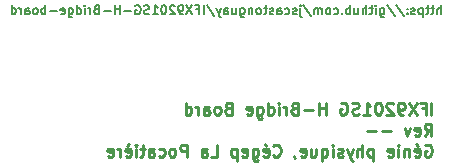
<source format=gbr>
G04 #@! TF.GenerationSoftware,KiCad,Pcbnew,(5.1.0)-1*
G04 #@! TF.CreationDate,2019-04-29T13:19:31-04:00*
G04 #@! TF.ProjectId,ifx9201sg-h-bridge-board,69667839-3230-4317-9367-2d682d627269,--*
G04 #@! TF.SameCoordinates,Original*
G04 #@! TF.FileFunction,Legend,Bot*
G04 #@! TF.FilePolarity,Positive*
%FSLAX46Y46*%
G04 Gerber Fmt 4.6, Leading zero omitted, Abs format (unit mm)*
G04 Created by KiCad (PCBNEW (5.1.0)-1) date 2019-04-29 13:19:31*
%MOMM*%
%LPD*%
G04 APERTURE LIST*
%ADD10C,0.254000*%
%ADD11C,0.127000*%
G04 APERTURE END LIST*
D10*
X160247995Y-101551619D02*
X160247995Y-100535619D01*
X159425519Y-101019428D02*
X159764185Y-101019428D01*
X159764185Y-101551619D02*
X159764185Y-100535619D01*
X159280376Y-100535619D01*
X158990090Y-100535619D02*
X158312757Y-101551619D01*
X158312757Y-100535619D02*
X158990090Y-101551619D01*
X157877328Y-101551619D02*
X157683804Y-101551619D01*
X157587042Y-101503238D01*
X157538661Y-101454857D01*
X157441900Y-101309714D01*
X157393519Y-101116190D01*
X157393519Y-100729142D01*
X157441900Y-100632380D01*
X157490280Y-100584000D01*
X157587042Y-100535619D01*
X157780566Y-100535619D01*
X157877328Y-100584000D01*
X157925709Y-100632380D01*
X157974090Y-100729142D01*
X157974090Y-100971047D01*
X157925709Y-101067809D01*
X157877328Y-101116190D01*
X157780566Y-101164571D01*
X157587042Y-101164571D01*
X157490280Y-101116190D01*
X157441900Y-101067809D01*
X157393519Y-100971047D01*
X157006471Y-100632380D02*
X156958090Y-100584000D01*
X156861328Y-100535619D01*
X156619423Y-100535619D01*
X156522661Y-100584000D01*
X156474280Y-100632380D01*
X156425900Y-100729142D01*
X156425900Y-100825904D01*
X156474280Y-100971047D01*
X157054852Y-101551619D01*
X156425900Y-101551619D01*
X155796947Y-100535619D02*
X155700185Y-100535619D01*
X155603423Y-100584000D01*
X155555042Y-100632380D01*
X155506661Y-100729142D01*
X155458280Y-100922666D01*
X155458280Y-101164571D01*
X155506661Y-101358095D01*
X155555042Y-101454857D01*
X155603423Y-101503238D01*
X155700185Y-101551619D01*
X155796947Y-101551619D01*
X155893709Y-101503238D01*
X155942090Y-101454857D01*
X155990471Y-101358095D01*
X156038852Y-101164571D01*
X156038852Y-100922666D01*
X155990471Y-100729142D01*
X155942090Y-100632380D01*
X155893709Y-100584000D01*
X155796947Y-100535619D01*
X154490661Y-101551619D02*
X155071233Y-101551619D01*
X154780947Y-101551619D02*
X154780947Y-100535619D01*
X154877709Y-100680761D01*
X154974471Y-100777523D01*
X155071233Y-100825904D01*
X154103614Y-101503238D02*
X153958471Y-101551619D01*
X153716566Y-101551619D01*
X153619804Y-101503238D01*
X153571423Y-101454857D01*
X153523042Y-101358095D01*
X153523042Y-101261333D01*
X153571423Y-101164571D01*
X153619804Y-101116190D01*
X153716566Y-101067809D01*
X153910090Y-101019428D01*
X154006852Y-100971047D01*
X154055233Y-100922666D01*
X154103614Y-100825904D01*
X154103614Y-100729142D01*
X154055233Y-100632380D01*
X154006852Y-100584000D01*
X153910090Y-100535619D01*
X153668185Y-100535619D01*
X153523042Y-100584000D01*
X152555423Y-100584000D02*
X152652185Y-100535619D01*
X152797328Y-100535619D01*
X152942471Y-100584000D01*
X153039233Y-100680761D01*
X153087614Y-100777523D01*
X153135995Y-100971047D01*
X153135995Y-101116190D01*
X153087614Y-101309714D01*
X153039233Y-101406476D01*
X152942471Y-101503238D01*
X152797328Y-101551619D01*
X152700566Y-101551619D01*
X152555423Y-101503238D01*
X152507042Y-101454857D01*
X152507042Y-101116190D01*
X152700566Y-101116190D01*
X151297519Y-101551619D02*
X151297519Y-100535619D01*
X151297519Y-101019428D02*
X150716947Y-101019428D01*
X150716947Y-101551619D02*
X150716947Y-100535619D01*
X150233138Y-101164571D02*
X149459042Y-101164571D01*
X148636566Y-101019428D02*
X148491423Y-101067809D01*
X148443042Y-101116190D01*
X148394661Y-101212952D01*
X148394661Y-101358095D01*
X148443042Y-101454857D01*
X148491423Y-101503238D01*
X148588185Y-101551619D01*
X148975233Y-101551619D01*
X148975233Y-100535619D01*
X148636566Y-100535619D01*
X148539804Y-100584000D01*
X148491423Y-100632380D01*
X148443042Y-100729142D01*
X148443042Y-100825904D01*
X148491423Y-100922666D01*
X148539804Y-100971047D01*
X148636566Y-101019428D01*
X148975233Y-101019428D01*
X147959233Y-101551619D02*
X147959233Y-100874285D01*
X147959233Y-101067809D02*
X147910852Y-100971047D01*
X147862471Y-100922666D01*
X147765709Y-100874285D01*
X147668947Y-100874285D01*
X147330280Y-101551619D02*
X147330280Y-100874285D01*
X147330280Y-100535619D02*
X147378661Y-100584000D01*
X147330280Y-100632380D01*
X147281900Y-100584000D01*
X147330280Y-100535619D01*
X147330280Y-100632380D01*
X146411042Y-101551619D02*
X146411042Y-100535619D01*
X146411042Y-101503238D02*
X146507804Y-101551619D01*
X146701328Y-101551619D01*
X146798090Y-101503238D01*
X146846471Y-101454857D01*
X146894852Y-101358095D01*
X146894852Y-101067809D01*
X146846471Y-100971047D01*
X146798090Y-100922666D01*
X146701328Y-100874285D01*
X146507804Y-100874285D01*
X146411042Y-100922666D01*
X145491804Y-100874285D02*
X145491804Y-101696761D01*
X145540185Y-101793523D01*
X145588566Y-101841904D01*
X145685328Y-101890285D01*
X145830471Y-101890285D01*
X145927233Y-101841904D01*
X145491804Y-101503238D02*
X145588566Y-101551619D01*
X145782090Y-101551619D01*
X145878852Y-101503238D01*
X145927233Y-101454857D01*
X145975614Y-101358095D01*
X145975614Y-101067809D01*
X145927233Y-100971047D01*
X145878852Y-100922666D01*
X145782090Y-100874285D01*
X145588566Y-100874285D01*
X145491804Y-100922666D01*
X144620947Y-101503238D02*
X144717709Y-101551619D01*
X144911233Y-101551619D01*
X145007995Y-101503238D01*
X145056376Y-101406476D01*
X145056376Y-101019428D01*
X145007995Y-100922666D01*
X144911233Y-100874285D01*
X144717709Y-100874285D01*
X144620947Y-100922666D01*
X144572566Y-101019428D01*
X144572566Y-101116190D01*
X145056376Y-101212952D01*
X143024376Y-101019428D02*
X142879233Y-101067809D01*
X142830852Y-101116190D01*
X142782471Y-101212952D01*
X142782471Y-101358095D01*
X142830852Y-101454857D01*
X142879233Y-101503238D01*
X142975995Y-101551619D01*
X143363042Y-101551619D01*
X143363042Y-100535619D01*
X143024376Y-100535619D01*
X142927614Y-100584000D01*
X142879233Y-100632380D01*
X142830852Y-100729142D01*
X142830852Y-100825904D01*
X142879233Y-100922666D01*
X142927614Y-100971047D01*
X143024376Y-101019428D01*
X143363042Y-101019428D01*
X142201900Y-101551619D02*
X142298661Y-101503238D01*
X142347042Y-101454857D01*
X142395423Y-101358095D01*
X142395423Y-101067809D01*
X142347042Y-100971047D01*
X142298661Y-100922666D01*
X142201900Y-100874285D01*
X142056757Y-100874285D01*
X141959995Y-100922666D01*
X141911614Y-100971047D01*
X141863233Y-101067809D01*
X141863233Y-101358095D01*
X141911614Y-101454857D01*
X141959995Y-101503238D01*
X142056757Y-101551619D01*
X142201900Y-101551619D01*
X140992376Y-101551619D02*
X140992376Y-101019428D01*
X141040757Y-100922666D01*
X141137519Y-100874285D01*
X141331042Y-100874285D01*
X141427804Y-100922666D01*
X140992376Y-101503238D02*
X141089138Y-101551619D01*
X141331042Y-101551619D01*
X141427804Y-101503238D01*
X141476185Y-101406476D01*
X141476185Y-101309714D01*
X141427804Y-101212952D01*
X141331042Y-101164571D01*
X141089138Y-101164571D01*
X140992376Y-101116190D01*
X140508566Y-101551619D02*
X140508566Y-100874285D01*
X140508566Y-101067809D02*
X140460185Y-100971047D01*
X140411804Y-100922666D01*
X140315042Y-100874285D01*
X140218280Y-100874285D01*
X139444185Y-101551619D02*
X139444185Y-100535619D01*
X139444185Y-101503238D02*
X139540947Y-101551619D01*
X139734471Y-101551619D01*
X139831233Y-101503238D01*
X139879614Y-101454857D01*
X139927995Y-101358095D01*
X139927995Y-101067809D01*
X139879614Y-100971047D01*
X139831233Y-100922666D01*
X139734471Y-100874285D01*
X139540947Y-100874285D01*
X139444185Y-100922666D01*
X159667423Y-103329619D02*
X160006090Y-102845809D01*
X160247995Y-103329619D02*
X160247995Y-102313619D01*
X159860947Y-102313619D01*
X159764185Y-102362000D01*
X159715804Y-102410380D01*
X159667423Y-102507142D01*
X159667423Y-102652285D01*
X159715804Y-102749047D01*
X159764185Y-102797428D01*
X159860947Y-102845809D01*
X160247995Y-102845809D01*
X158844947Y-103281238D02*
X158941709Y-103329619D01*
X159135233Y-103329619D01*
X159231995Y-103281238D01*
X159280376Y-103184476D01*
X159280376Y-102797428D01*
X159231995Y-102700666D01*
X159135233Y-102652285D01*
X158941709Y-102652285D01*
X158844947Y-102700666D01*
X158796566Y-102797428D01*
X158796566Y-102894190D01*
X159280376Y-102990952D01*
X158457900Y-102652285D02*
X158215995Y-103329619D01*
X157974090Y-102652285D01*
X156812947Y-102942571D02*
X156038852Y-102942571D01*
X155555042Y-102942571D02*
X154780947Y-102942571D01*
X159715804Y-104140000D02*
X159812566Y-104091619D01*
X159957709Y-104091619D01*
X160102852Y-104140000D01*
X160199614Y-104236761D01*
X160247995Y-104333523D01*
X160296376Y-104527047D01*
X160296376Y-104672190D01*
X160247995Y-104865714D01*
X160199614Y-104962476D01*
X160102852Y-105059238D01*
X159957709Y-105107619D01*
X159860947Y-105107619D01*
X159715804Y-105059238D01*
X159667423Y-105010857D01*
X159667423Y-104672190D01*
X159860947Y-104672190D01*
X158844947Y-105059238D02*
X158941709Y-105107619D01*
X159135233Y-105107619D01*
X159231995Y-105059238D01*
X159280376Y-104962476D01*
X159280376Y-104575428D01*
X159231995Y-104478666D01*
X159135233Y-104430285D01*
X158941709Y-104430285D01*
X158844947Y-104478666D01*
X158796566Y-104575428D01*
X158796566Y-104672190D01*
X159280376Y-104768952D01*
X158941709Y-104043238D02*
X159086852Y-104188380D01*
X158361138Y-104430285D02*
X158361138Y-105107619D01*
X158361138Y-104527047D02*
X158312757Y-104478666D01*
X158215995Y-104430285D01*
X158070852Y-104430285D01*
X157974090Y-104478666D01*
X157925709Y-104575428D01*
X157925709Y-105107619D01*
X157441900Y-105107619D02*
X157441900Y-104430285D01*
X157441900Y-104091619D02*
X157490280Y-104140000D01*
X157441900Y-104188380D01*
X157393519Y-104140000D01*
X157441900Y-104091619D01*
X157441900Y-104188380D01*
X156571042Y-105059238D02*
X156667804Y-105107619D01*
X156861328Y-105107619D01*
X156958090Y-105059238D01*
X157006471Y-104962476D01*
X157006471Y-104575428D01*
X156958090Y-104478666D01*
X156861328Y-104430285D01*
X156667804Y-104430285D01*
X156571042Y-104478666D01*
X156522661Y-104575428D01*
X156522661Y-104672190D01*
X157006471Y-104768952D01*
X155313138Y-104430285D02*
X155313138Y-105446285D01*
X155313138Y-104478666D02*
X155216376Y-104430285D01*
X155022852Y-104430285D01*
X154926090Y-104478666D01*
X154877709Y-104527047D01*
X154829328Y-104623809D01*
X154829328Y-104914095D01*
X154877709Y-105010857D01*
X154926090Y-105059238D01*
X155022852Y-105107619D01*
X155216376Y-105107619D01*
X155313138Y-105059238D01*
X154393900Y-105107619D02*
X154393900Y-104091619D01*
X153958471Y-105107619D02*
X153958471Y-104575428D01*
X154006852Y-104478666D01*
X154103614Y-104430285D01*
X154248757Y-104430285D01*
X154345519Y-104478666D01*
X154393900Y-104527047D01*
X153571423Y-104430285D02*
X153329519Y-105107619D01*
X153087614Y-104430285D02*
X153329519Y-105107619D01*
X153426280Y-105349523D01*
X153474661Y-105397904D01*
X153571423Y-105446285D01*
X152748947Y-105059238D02*
X152652185Y-105107619D01*
X152458661Y-105107619D01*
X152361900Y-105059238D01*
X152313519Y-104962476D01*
X152313519Y-104914095D01*
X152361900Y-104817333D01*
X152458661Y-104768952D01*
X152603804Y-104768952D01*
X152700566Y-104720571D01*
X152748947Y-104623809D01*
X152748947Y-104575428D01*
X152700566Y-104478666D01*
X152603804Y-104430285D01*
X152458661Y-104430285D01*
X152361900Y-104478666D01*
X151878090Y-105107619D02*
X151878090Y-104430285D01*
X151878090Y-104091619D02*
X151926471Y-104140000D01*
X151878090Y-104188380D01*
X151829709Y-104140000D01*
X151878090Y-104091619D01*
X151878090Y-104188380D01*
X150958852Y-104430285D02*
X150958852Y-105446285D01*
X150958852Y-105059238D02*
X151055614Y-105107619D01*
X151249138Y-105107619D01*
X151345900Y-105059238D01*
X151394280Y-105010857D01*
X151442661Y-104914095D01*
X151442661Y-104623809D01*
X151394280Y-104527047D01*
X151345900Y-104478666D01*
X151249138Y-104430285D01*
X151055614Y-104430285D01*
X150958852Y-104478666D01*
X150039614Y-104430285D02*
X150039614Y-105107619D01*
X150475042Y-104430285D02*
X150475042Y-104962476D01*
X150426661Y-105059238D01*
X150329900Y-105107619D01*
X150184757Y-105107619D01*
X150087995Y-105059238D01*
X150039614Y-105010857D01*
X149168757Y-105059238D02*
X149265519Y-105107619D01*
X149459042Y-105107619D01*
X149555804Y-105059238D01*
X149604185Y-104962476D01*
X149604185Y-104575428D01*
X149555804Y-104478666D01*
X149459042Y-104430285D01*
X149265519Y-104430285D01*
X149168757Y-104478666D01*
X149120376Y-104575428D01*
X149120376Y-104672190D01*
X149604185Y-104768952D01*
X148636566Y-105059238D02*
X148636566Y-105107619D01*
X148684947Y-105204380D01*
X148733328Y-105252761D01*
X146846471Y-105010857D02*
X146894852Y-105059238D01*
X147039995Y-105107619D01*
X147136757Y-105107619D01*
X147281900Y-105059238D01*
X147378661Y-104962476D01*
X147427042Y-104865714D01*
X147475423Y-104672190D01*
X147475423Y-104527047D01*
X147427042Y-104333523D01*
X147378661Y-104236761D01*
X147281900Y-104140000D01*
X147136757Y-104091619D01*
X147039995Y-104091619D01*
X146894852Y-104140000D01*
X146846471Y-104188380D01*
X146023995Y-105059238D02*
X146120757Y-105107619D01*
X146314280Y-105107619D01*
X146411042Y-105059238D01*
X146459423Y-104962476D01*
X146459423Y-104575428D01*
X146411042Y-104478666D01*
X146314280Y-104430285D01*
X146120757Y-104430285D01*
X146023995Y-104478666D01*
X145975614Y-104575428D01*
X145975614Y-104672190D01*
X146459423Y-104768952D01*
X146120757Y-104043238D02*
X146265900Y-104188380D01*
X145104757Y-104430285D02*
X145104757Y-105252761D01*
X145153138Y-105349523D01*
X145201519Y-105397904D01*
X145298280Y-105446285D01*
X145443423Y-105446285D01*
X145540185Y-105397904D01*
X145104757Y-105059238D02*
X145201519Y-105107619D01*
X145395042Y-105107619D01*
X145491804Y-105059238D01*
X145540185Y-105010857D01*
X145588566Y-104914095D01*
X145588566Y-104623809D01*
X145540185Y-104527047D01*
X145491804Y-104478666D01*
X145395042Y-104430285D01*
X145201519Y-104430285D01*
X145104757Y-104478666D01*
X144233900Y-105059238D02*
X144330661Y-105107619D01*
X144524185Y-105107619D01*
X144620947Y-105059238D01*
X144669328Y-104962476D01*
X144669328Y-104575428D01*
X144620947Y-104478666D01*
X144524185Y-104430285D01*
X144330661Y-104430285D01*
X144233900Y-104478666D01*
X144185519Y-104575428D01*
X144185519Y-104672190D01*
X144669328Y-104768952D01*
X143750090Y-104430285D02*
X143750090Y-105446285D01*
X143750090Y-104478666D02*
X143653328Y-104430285D01*
X143459804Y-104430285D01*
X143363042Y-104478666D01*
X143314661Y-104527047D01*
X143266280Y-104623809D01*
X143266280Y-104914095D01*
X143314661Y-105010857D01*
X143363042Y-105059238D01*
X143459804Y-105107619D01*
X143653328Y-105107619D01*
X143750090Y-105059238D01*
X141572947Y-105107619D02*
X142056757Y-105107619D01*
X142056757Y-104091619D01*
X140798852Y-105107619D02*
X140798852Y-104575428D01*
X140847233Y-104478666D01*
X140943995Y-104430285D01*
X141137519Y-104430285D01*
X141234280Y-104478666D01*
X140798852Y-105059238D02*
X140895614Y-105107619D01*
X141137519Y-105107619D01*
X141234280Y-105059238D01*
X141282661Y-104962476D01*
X141282661Y-104865714D01*
X141234280Y-104768952D01*
X141137519Y-104720571D01*
X140895614Y-104720571D01*
X140798852Y-104672190D01*
X139540947Y-105107619D02*
X139540947Y-104091619D01*
X139153900Y-104091619D01*
X139057138Y-104140000D01*
X139008757Y-104188380D01*
X138960376Y-104285142D01*
X138960376Y-104430285D01*
X139008757Y-104527047D01*
X139057138Y-104575428D01*
X139153900Y-104623809D01*
X139540947Y-104623809D01*
X138379804Y-105107619D02*
X138476566Y-105059238D01*
X138524947Y-105010857D01*
X138573328Y-104914095D01*
X138573328Y-104623809D01*
X138524947Y-104527047D01*
X138476566Y-104478666D01*
X138379804Y-104430285D01*
X138234661Y-104430285D01*
X138137900Y-104478666D01*
X138089519Y-104527047D01*
X138041138Y-104623809D01*
X138041138Y-104914095D01*
X138089519Y-105010857D01*
X138137900Y-105059238D01*
X138234661Y-105107619D01*
X138379804Y-105107619D01*
X137170280Y-105059238D02*
X137267042Y-105107619D01*
X137460566Y-105107619D01*
X137557328Y-105059238D01*
X137605709Y-105010857D01*
X137654090Y-104914095D01*
X137654090Y-104623809D01*
X137605709Y-104527047D01*
X137557328Y-104478666D01*
X137460566Y-104430285D01*
X137267042Y-104430285D01*
X137170280Y-104478666D01*
X136299423Y-105107619D02*
X136299423Y-104575428D01*
X136347804Y-104478666D01*
X136444566Y-104430285D01*
X136638090Y-104430285D01*
X136734852Y-104478666D01*
X136299423Y-105059238D02*
X136396185Y-105107619D01*
X136638090Y-105107619D01*
X136734852Y-105059238D01*
X136783233Y-104962476D01*
X136783233Y-104865714D01*
X136734852Y-104768952D01*
X136638090Y-104720571D01*
X136396185Y-104720571D01*
X136299423Y-104672190D01*
X135960757Y-104430285D02*
X135573709Y-104430285D01*
X135815614Y-104091619D02*
X135815614Y-104962476D01*
X135767233Y-105059238D01*
X135670471Y-105107619D01*
X135573709Y-105107619D01*
X135235042Y-105107619D02*
X135235042Y-104430285D01*
X135235042Y-104091619D02*
X135283423Y-104140000D01*
X135235042Y-104188380D01*
X135186661Y-104140000D01*
X135235042Y-104091619D01*
X135235042Y-104188380D01*
X134364185Y-105059238D02*
X134460947Y-105107619D01*
X134654471Y-105107619D01*
X134751233Y-105059238D01*
X134799614Y-104962476D01*
X134799614Y-104575428D01*
X134751233Y-104478666D01*
X134654471Y-104430285D01*
X134460947Y-104430285D01*
X134364185Y-104478666D01*
X134315804Y-104575428D01*
X134315804Y-104672190D01*
X134799614Y-104768952D01*
X134654471Y-104043238D02*
X134509328Y-104188380D01*
X133880376Y-105107619D02*
X133880376Y-104430285D01*
X133880376Y-104623809D02*
X133831995Y-104527047D01*
X133783614Y-104478666D01*
X133686852Y-104430285D01*
X133590090Y-104430285D01*
X132864376Y-105059238D02*
X132961138Y-105107619D01*
X133154661Y-105107619D01*
X133251423Y-105059238D01*
X133299804Y-104962476D01*
X133299804Y-104575428D01*
X133251423Y-104478666D01*
X133154661Y-104430285D01*
X132961138Y-104430285D01*
X132864376Y-104478666D01*
X132815995Y-104575428D01*
X132815995Y-104672190D01*
X133299804Y-104768952D01*
D11*
X161054142Y-93054714D02*
X161054142Y-92292714D01*
X160727571Y-93054714D02*
X160727571Y-92655571D01*
X160763857Y-92583000D01*
X160836428Y-92546714D01*
X160945285Y-92546714D01*
X161017857Y-92583000D01*
X161054142Y-92619285D01*
X160473571Y-92546714D02*
X160183285Y-92546714D01*
X160364714Y-92292714D02*
X160364714Y-92945857D01*
X160328428Y-93018428D01*
X160255857Y-93054714D01*
X160183285Y-93054714D01*
X160038142Y-92546714D02*
X159747857Y-92546714D01*
X159929285Y-92292714D02*
X159929285Y-92945857D01*
X159893000Y-93018428D01*
X159820428Y-93054714D01*
X159747857Y-93054714D01*
X159493857Y-92546714D02*
X159493857Y-93308714D01*
X159493857Y-92583000D02*
X159421285Y-92546714D01*
X159276142Y-92546714D01*
X159203571Y-92583000D01*
X159167285Y-92619285D01*
X159131000Y-92691857D01*
X159131000Y-92909571D01*
X159167285Y-92982142D01*
X159203571Y-93018428D01*
X159276142Y-93054714D01*
X159421285Y-93054714D01*
X159493857Y-93018428D01*
X158840714Y-93018428D02*
X158768142Y-93054714D01*
X158623000Y-93054714D01*
X158550428Y-93018428D01*
X158514142Y-92945857D01*
X158514142Y-92909571D01*
X158550428Y-92837000D01*
X158623000Y-92800714D01*
X158731857Y-92800714D01*
X158804428Y-92764428D01*
X158840714Y-92691857D01*
X158840714Y-92655571D01*
X158804428Y-92583000D01*
X158731857Y-92546714D01*
X158623000Y-92546714D01*
X158550428Y-92583000D01*
X158187571Y-92982142D02*
X158151285Y-93018428D01*
X158187571Y-93054714D01*
X158223857Y-93018428D01*
X158187571Y-92982142D01*
X158187571Y-93054714D01*
X158187571Y-92583000D02*
X158151285Y-92619285D01*
X158187571Y-92655571D01*
X158223857Y-92619285D01*
X158187571Y-92583000D01*
X158187571Y-92655571D01*
X157280428Y-92256428D02*
X157933571Y-93236142D01*
X156482142Y-92256428D02*
X157135285Y-93236142D01*
X155901571Y-92546714D02*
X155901571Y-93163571D01*
X155937857Y-93236142D01*
X155974142Y-93272428D01*
X156046714Y-93308714D01*
X156155571Y-93308714D01*
X156228142Y-93272428D01*
X155901571Y-93018428D02*
X155974142Y-93054714D01*
X156119285Y-93054714D01*
X156191857Y-93018428D01*
X156228142Y-92982142D01*
X156264428Y-92909571D01*
X156264428Y-92691857D01*
X156228142Y-92619285D01*
X156191857Y-92583000D01*
X156119285Y-92546714D01*
X155974142Y-92546714D01*
X155901571Y-92583000D01*
X155538714Y-93054714D02*
X155538714Y-92546714D01*
X155538714Y-92292714D02*
X155575000Y-92329000D01*
X155538714Y-92365285D01*
X155502428Y-92329000D01*
X155538714Y-92292714D01*
X155538714Y-92365285D01*
X155284714Y-92546714D02*
X154994428Y-92546714D01*
X155175857Y-92292714D02*
X155175857Y-92945857D01*
X155139571Y-93018428D01*
X155067000Y-93054714D01*
X154994428Y-93054714D01*
X154740428Y-93054714D02*
X154740428Y-92292714D01*
X154413857Y-93054714D02*
X154413857Y-92655571D01*
X154450142Y-92583000D01*
X154522714Y-92546714D01*
X154631571Y-92546714D01*
X154704142Y-92583000D01*
X154740428Y-92619285D01*
X153724428Y-92546714D02*
X153724428Y-93054714D01*
X154051000Y-92546714D02*
X154051000Y-92945857D01*
X154014714Y-93018428D01*
X153942142Y-93054714D01*
X153833285Y-93054714D01*
X153760714Y-93018428D01*
X153724428Y-92982142D01*
X153361571Y-93054714D02*
X153361571Y-92292714D01*
X153361571Y-92583000D02*
X153289000Y-92546714D01*
X153143857Y-92546714D01*
X153071285Y-92583000D01*
X153035000Y-92619285D01*
X152998714Y-92691857D01*
X152998714Y-92909571D01*
X153035000Y-92982142D01*
X153071285Y-93018428D01*
X153143857Y-93054714D01*
X153289000Y-93054714D01*
X153361571Y-93018428D01*
X152672142Y-92982142D02*
X152635857Y-93018428D01*
X152672142Y-93054714D01*
X152708428Y-93018428D01*
X152672142Y-92982142D01*
X152672142Y-93054714D01*
X151982714Y-93018428D02*
X152055285Y-93054714D01*
X152200428Y-93054714D01*
X152273000Y-93018428D01*
X152309285Y-92982142D01*
X152345571Y-92909571D01*
X152345571Y-92691857D01*
X152309285Y-92619285D01*
X152273000Y-92583000D01*
X152200428Y-92546714D01*
X152055285Y-92546714D01*
X151982714Y-92583000D01*
X151547285Y-93054714D02*
X151619857Y-93018428D01*
X151656142Y-92982142D01*
X151692428Y-92909571D01*
X151692428Y-92691857D01*
X151656142Y-92619285D01*
X151619857Y-92583000D01*
X151547285Y-92546714D01*
X151438428Y-92546714D01*
X151365857Y-92583000D01*
X151329571Y-92619285D01*
X151293285Y-92691857D01*
X151293285Y-92909571D01*
X151329571Y-92982142D01*
X151365857Y-93018428D01*
X151438428Y-93054714D01*
X151547285Y-93054714D01*
X150966714Y-93054714D02*
X150966714Y-92546714D01*
X150966714Y-92619285D02*
X150930428Y-92583000D01*
X150857857Y-92546714D01*
X150749000Y-92546714D01*
X150676428Y-92583000D01*
X150640142Y-92655571D01*
X150640142Y-93054714D01*
X150640142Y-92655571D02*
X150603857Y-92583000D01*
X150531285Y-92546714D01*
X150422428Y-92546714D01*
X150349857Y-92583000D01*
X150313571Y-92655571D01*
X150313571Y-93054714D01*
X149406428Y-92256428D02*
X150059571Y-93236142D01*
X149152428Y-92546714D02*
X149152428Y-93199857D01*
X149188714Y-93272428D01*
X149261285Y-93308714D01*
X149297571Y-93308714D01*
X149152428Y-92292714D02*
X149188714Y-92329000D01*
X149152428Y-92365285D01*
X149116142Y-92329000D01*
X149152428Y-92292714D01*
X149152428Y-92365285D01*
X148825857Y-93018428D02*
X148753285Y-93054714D01*
X148608142Y-93054714D01*
X148535571Y-93018428D01*
X148499285Y-92945857D01*
X148499285Y-92909571D01*
X148535571Y-92837000D01*
X148608142Y-92800714D01*
X148717000Y-92800714D01*
X148789571Y-92764428D01*
X148825857Y-92691857D01*
X148825857Y-92655571D01*
X148789571Y-92583000D01*
X148717000Y-92546714D01*
X148608142Y-92546714D01*
X148535571Y-92583000D01*
X147846142Y-93018428D02*
X147918714Y-93054714D01*
X148063857Y-93054714D01*
X148136428Y-93018428D01*
X148172714Y-92982142D01*
X148209000Y-92909571D01*
X148209000Y-92691857D01*
X148172714Y-92619285D01*
X148136428Y-92583000D01*
X148063857Y-92546714D01*
X147918714Y-92546714D01*
X147846142Y-92583000D01*
X147193000Y-93054714D02*
X147193000Y-92655571D01*
X147229285Y-92583000D01*
X147301857Y-92546714D01*
X147447000Y-92546714D01*
X147519571Y-92583000D01*
X147193000Y-93018428D02*
X147265571Y-93054714D01*
X147447000Y-93054714D01*
X147519571Y-93018428D01*
X147555857Y-92945857D01*
X147555857Y-92873285D01*
X147519571Y-92800714D01*
X147447000Y-92764428D01*
X147265571Y-92764428D01*
X147193000Y-92728142D01*
X146866428Y-93018428D02*
X146793857Y-93054714D01*
X146648714Y-93054714D01*
X146576142Y-93018428D01*
X146539857Y-92945857D01*
X146539857Y-92909571D01*
X146576142Y-92837000D01*
X146648714Y-92800714D01*
X146757571Y-92800714D01*
X146830142Y-92764428D01*
X146866428Y-92691857D01*
X146866428Y-92655571D01*
X146830142Y-92583000D01*
X146757571Y-92546714D01*
X146648714Y-92546714D01*
X146576142Y-92583000D01*
X146322142Y-92546714D02*
X146031857Y-92546714D01*
X146213285Y-92292714D02*
X146213285Y-92945857D01*
X146177000Y-93018428D01*
X146104428Y-93054714D01*
X146031857Y-93054714D01*
X145669000Y-93054714D02*
X145741571Y-93018428D01*
X145777857Y-92982142D01*
X145814142Y-92909571D01*
X145814142Y-92691857D01*
X145777857Y-92619285D01*
X145741571Y-92583000D01*
X145669000Y-92546714D01*
X145560142Y-92546714D01*
X145487571Y-92583000D01*
X145451285Y-92619285D01*
X145415000Y-92691857D01*
X145415000Y-92909571D01*
X145451285Y-92982142D01*
X145487571Y-93018428D01*
X145560142Y-93054714D01*
X145669000Y-93054714D01*
X145088428Y-92546714D02*
X145088428Y-93054714D01*
X145088428Y-92619285D02*
X145052142Y-92583000D01*
X144979571Y-92546714D01*
X144870714Y-92546714D01*
X144798142Y-92583000D01*
X144761857Y-92655571D01*
X144761857Y-93054714D01*
X144072428Y-92546714D02*
X144072428Y-93163571D01*
X144108714Y-93236142D01*
X144145000Y-93272428D01*
X144217571Y-93308714D01*
X144326428Y-93308714D01*
X144399000Y-93272428D01*
X144072428Y-93018428D02*
X144145000Y-93054714D01*
X144290142Y-93054714D01*
X144362714Y-93018428D01*
X144399000Y-92982142D01*
X144435285Y-92909571D01*
X144435285Y-92691857D01*
X144399000Y-92619285D01*
X144362714Y-92583000D01*
X144290142Y-92546714D01*
X144145000Y-92546714D01*
X144072428Y-92583000D01*
X143383000Y-92546714D02*
X143383000Y-93054714D01*
X143709571Y-92546714D02*
X143709571Y-92945857D01*
X143673285Y-93018428D01*
X143600714Y-93054714D01*
X143491857Y-93054714D01*
X143419285Y-93018428D01*
X143383000Y-92982142D01*
X142693571Y-93054714D02*
X142693571Y-92655571D01*
X142729857Y-92583000D01*
X142802428Y-92546714D01*
X142947571Y-92546714D01*
X143020142Y-92583000D01*
X142693571Y-93018428D02*
X142766142Y-93054714D01*
X142947571Y-93054714D01*
X143020142Y-93018428D01*
X143056428Y-92945857D01*
X143056428Y-92873285D01*
X143020142Y-92800714D01*
X142947571Y-92764428D01*
X142766142Y-92764428D01*
X142693571Y-92728142D01*
X142403285Y-92546714D02*
X142221857Y-93054714D01*
X142040428Y-92546714D02*
X142221857Y-93054714D01*
X142294428Y-93236142D01*
X142330714Y-93272428D01*
X142403285Y-93308714D01*
X141205857Y-92256428D02*
X141859000Y-93236142D01*
X140951857Y-93054714D02*
X140951857Y-92292714D01*
X140335000Y-92655571D02*
X140589000Y-92655571D01*
X140589000Y-93054714D02*
X140589000Y-92292714D01*
X140226142Y-92292714D01*
X140008428Y-92292714D02*
X139500428Y-93054714D01*
X139500428Y-92292714D02*
X140008428Y-93054714D01*
X139173857Y-93054714D02*
X139028714Y-93054714D01*
X138956142Y-93018428D01*
X138919857Y-92982142D01*
X138847285Y-92873285D01*
X138811000Y-92728142D01*
X138811000Y-92437857D01*
X138847285Y-92365285D01*
X138883571Y-92329000D01*
X138956142Y-92292714D01*
X139101285Y-92292714D01*
X139173857Y-92329000D01*
X139210142Y-92365285D01*
X139246428Y-92437857D01*
X139246428Y-92619285D01*
X139210142Y-92691857D01*
X139173857Y-92728142D01*
X139101285Y-92764428D01*
X138956142Y-92764428D01*
X138883571Y-92728142D01*
X138847285Y-92691857D01*
X138811000Y-92619285D01*
X138520714Y-92365285D02*
X138484428Y-92329000D01*
X138411857Y-92292714D01*
X138230428Y-92292714D01*
X138157857Y-92329000D01*
X138121571Y-92365285D01*
X138085285Y-92437857D01*
X138085285Y-92510428D01*
X138121571Y-92619285D01*
X138557000Y-93054714D01*
X138085285Y-93054714D01*
X137613571Y-92292714D02*
X137541000Y-92292714D01*
X137468428Y-92329000D01*
X137432142Y-92365285D01*
X137395857Y-92437857D01*
X137359571Y-92583000D01*
X137359571Y-92764428D01*
X137395857Y-92909571D01*
X137432142Y-92982142D01*
X137468428Y-93018428D01*
X137541000Y-93054714D01*
X137613571Y-93054714D01*
X137686142Y-93018428D01*
X137722428Y-92982142D01*
X137758714Y-92909571D01*
X137795000Y-92764428D01*
X137795000Y-92583000D01*
X137758714Y-92437857D01*
X137722428Y-92365285D01*
X137686142Y-92329000D01*
X137613571Y-92292714D01*
X136633857Y-93054714D02*
X137069285Y-93054714D01*
X136851571Y-93054714D02*
X136851571Y-92292714D01*
X136924142Y-92401571D01*
X136996714Y-92474142D01*
X137069285Y-92510428D01*
X136343571Y-93018428D02*
X136234714Y-93054714D01*
X136053285Y-93054714D01*
X135980714Y-93018428D01*
X135944428Y-92982142D01*
X135908142Y-92909571D01*
X135908142Y-92837000D01*
X135944428Y-92764428D01*
X135980714Y-92728142D01*
X136053285Y-92691857D01*
X136198428Y-92655571D01*
X136271000Y-92619285D01*
X136307285Y-92583000D01*
X136343571Y-92510428D01*
X136343571Y-92437857D01*
X136307285Y-92365285D01*
X136271000Y-92329000D01*
X136198428Y-92292714D01*
X136017000Y-92292714D01*
X135908142Y-92329000D01*
X135182428Y-92329000D02*
X135255000Y-92292714D01*
X135363857Y-92292714D01*
X135472714Y-92329000D01*
X135545285Y-92401571D01*
X135581571Y-92474142D01*
X135617857Y-92619285D01*
X135617857Y-92728142D01*
X135581571Y-92873285D01*
X135545285Y-92945857D01*
X135472714Y-93018428D01*
X135363857Y-93054714D01*
X135291285Y-93054714D01*
X135182428Y-93018428D01*
X135146142Y-92982142D01*
X135146142Y-92728142D01*
X135291285Y-92728142D01*
X134819571Y-92764428D02*
X134239000Y-92764428D01*
X133876142Y-93054714D02*
X133876142Y-92292714D01*
X133876142Y-92655571D02*
X133440714Y-92655571D01*
X133440714Y-93054714D02*
X133440714Y-92292714D01*
X133077857Y-92764428D02*
X132497285Y-92764428D01*
X131880428Y-92655571D02*
X131771571Y-92691857D01*
X131735285Y-92728142D01*
X131699000Y-92800714D01*
X131699000Y-92909571D01*
X131735285Y-92982142D01*
X131771571Y-93018428D01*
X131844142Y-93054714D01*
X132134428Y-93054714D01*
X132134428Y-92292714D01*
X131880428Y-92292714D01*
X131807857Y-92329000D01*
X131771571Y-92365285D01*
X131735285Y-92437857D01*
X131735285Y-92510428D01*
X131771571Y-92583000D01*
X131807857Y-92619285D01*
X131880428Y-92655571D01*
X132134428Y-92655571D01*
X131372428Y-93054714D02*
X131372428Y-92546714D01*
X131372428Y-92691857D02*
X131336142Y-92619285D01*
X131299857Y-92583000D01*
X131227285Y-92546714D01*
X131154714Y-92546714D01*
X130900714Y-93054714D02*
X130900714Y-92546714D01*
X130900714Y-92292714D02*
X130937000Y-92329000D01*
X130900714Y-92365285D01*
X130864428Y-92329000D01*
X130900714Y-92292714D01*
X130900714Y-92365285D01*
X130211285Y-93054714D02*
X130211285Y-92292714D01*
X130211285Y-93018428D02*
X130283857Y-93054714D01*
X130429000Y-93054714D01*
X130501571Y-93018428D01*
X130537857Y-92982142D01*
X130574142Y-92909571D01*
X130574142Y-92691857D01*
X130537857Y-92619285D01*
X130501571Y-92583000D01*
X130429000Y-92546714D01*
X130283857Y-92546714D01*
X130211285Y-92583000D01*
X129521857Y-92546714D02*
X129521857Y-93163571D01*
X129558142Y-93236142D01*
X129594428Y-93272428D01*
X129667000Y-93308714D01*
X129775857Y-93308714D01*
X129848428Y-93272428D01*
X129521857Y-93018428D02*
X129594428Y-93054714D01*
X129739571Y-93054714D01*
X129812142Y-93018428D01*
X129848428Y-92982142D01*
X129884714Y-92909571D01*
X129884714Y-92691857D01*
X129848428Y-92619285D01*
X129812142Y-92583000D01*
X129739571Y-92546714D01*
X129594428Y-92546714D01*
X129521857Y-92583000D01*
X128868714Y-93018428D02*
X128941285Y-93054714D01*
X129086428Y-93054714D01*
X129159000Y-93018428D01*
X129195285Y-92945857D01*
X129195285Y-92655571D01*
X129159000Y-92583000D01*
X129086428Y-92546714D01*
X128941285Y-92546714D01*
X128868714Y-92583000D01*
X128832428Y-92655571D01*
X128832428Y-92728142D01*
X129195285Y-92800714D01*
X128505857Y-92764428D02*
X127925285Y-92764428D01*
X127562428Y-93054714D02*
X127562428Y-92292714D01*
X127562428Y-92583000D02*
X127489857Y-92546714D01*
X127344714Y-92546714D01*
X127272142Y-92583000D01*
X127235857Y-92619285D01*
X127199571Y-92691857D01*
X127199571Y-92909571D01*
X127235857Y-92982142D01*
X127272142Y-93018428D01*
X127344714Y-93054714D01*
X127489857Y-93054714D01*
X127562428Y-93018428D01*
X126764142Y-93054714D02*
X126836714Y-93018428D01*
X126873000Y-92982142D01*
X126909285Y-92909571D01*
X126909285Y-92691857D01*
X126873000Y-92619285D01*
X126836714Y-92583000D01*
X126764142Y-92546714D01*
X126655285Y-92546714D01*
X126582714Y-92583000D01*
X126546428Y-92619285D01*
X126510142Y-92691857D01*
X126510142Y-92909571D01*
X126546428Y-92982142D01*
X126582714Y-93018428D01*
X126655285Y-93054714D01*
X126764142Y-93054714D01*
X125857000Y-93054714D02*
X125857000Y-92655571D01*
X125893285Y-92583000D01*
X125965857Y-92546714D01*
X126111000Y-92546714D01*
X126183571Y-92583000D01*
X125857000Y-93018428D02*
X125929571Y-93054714D01*
X126111000Y-93054714D01*
X126183571Y-93018428D01*
X126219857Y-92945857D01*
X126219857Y-92873285D01*
X126183571Y-92800714D01*
X126111000Y-92764428D01*
X125929571Y-92764428D01*
X125857000Y-92728142D01*
X125494142Y-93054714D02*
X125494142Y-92546714D01*
X125494142Y-92691857D02*
X125457857Y-92619285D01*
X125421571Y-92583000D01*
X125349000Y-92546714D01*
X125276428Y-92546714D01*
X124695857Y-93054714D02*
X124695857Y-92292714D01*
X124695857Y-93018428D02*
X124768428Y-93054714D01*
X124913571Y-93054714D01*
X124986142Y-93018428D01*
X125022428Y-92982142D01*
X125058714Y-92909571D01*
X125058714Y-92691857D01*
X125022428Y-92619285D01*
X124986142Y-92583000D01*
X124913571Y-92546714D01*
X124768428Y-92546714D01*
X124695857Y-92583000D01*
M02*

</source>
